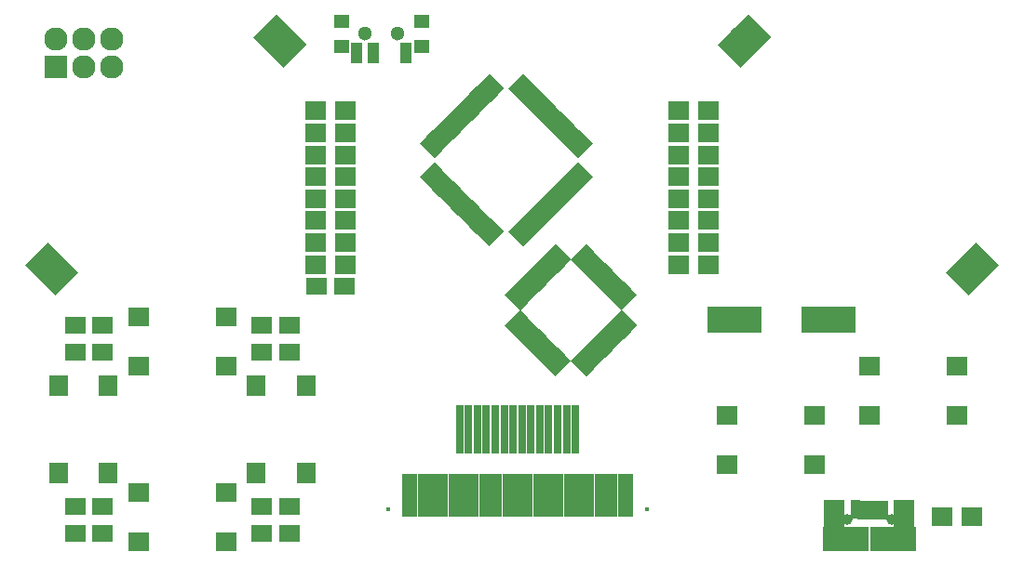
<source format=gbr>
G04 #@! TF.GenerationSoftware,KiCad,Pcbnew,(5.1.0-0)*
G04 #@! TF.CreationDate,2019-05-28T22:45:59-04:00*
G04 #@! TF.ProjectId,Business Card,42757369-6e65-4737-9320-436172642e6b,rev?*
G04 #@! TF.SameCoordinates,Original*
G04 #@! TF.FileFunction,Soldermask,Top*
G04 #@! TF.FilePolarity,Negative*
%FSLAX46Y46*%
G04 Gerber Fmt 4.6, Leading zero omitted, Abs format (unit mm)*
G04 Created by KiCad (PCBNEW (5.1.0-0)) date 2019-05-28 22:45:59*
%MOMM*%
%LPD*%
G04 APERTURE LIST*
%ADD10R,4.900000X2.400000*%
%ADD11C,0.950000*%
%ADD12C,0.100000*%
%ADD13C,1.000000*%
%ADD14R,1.575000X2.300000*%
%ADD15R,2.775000X2.300000*%
%ADD16R,1.875000X2.500000*%
%ADD17R,0.850000X1.780000*%
%ADD18C,2.940000*%
%ADD19R,1.900000X1.650000*%
%ADD20R,1.900000X1.700000*%
%ADD21R,1.950000X1.700000*%
%ADD22R,1.700000X1.950000*%
%ADD23R,0.780000X4.400000*%
%ADD24R,0.400000X0.400000*%
%ADD25C,1.300000*%
%ADD26R,1.100000X1.900000*%
%ADD27R,1.400000X1.200000*%
%ADD28R,0.800000X3.900000*%
%ADD29R,2.127200X2.127200*%
%ADD30O,2.127200X2.127200*%
G04 APERTURE END LIST*
D10*
X175250000Y-93000000D03*
X166750000Y-93000000D03*
D11*
X147171082Y-71610564D03*
D12*
G36*
X146835206Y-72618191D02*
G01*
X146163455Y-71946440D01*
X147506958Y-70602937D01*
X148178709Y-71274688D01*
X146835206Y-72618191D01*
X146835206Y-72618191D01*
G37*
D11*
X147736767Y-72176250D03*
D12*
G36*
X147400891Y-73183877D02*
G01*
X146729140Y-72512126D01*
X148072643Y-71168623D01*
X148744394Y-71840374D01*
X147400891Y-73183877D01*
X147400891Y-73183877D01*
G37*
D11*
X148302452Y-72741935D03*
D12*
G36*
X147966576Y-73749562D02*
G01*
X147294825Y-73077811D01*
X148638328Y-71734308D01*
X149310079Y-72406059D01*
X147966576Y-73749562D01*
X147966576Y-73749562D01*
G37*
D11*
X148868138Y-73307620D03*
D12*
G36*
X148532262Y-74315247D02*
G01*
X147860511Y-73643496D01*
X149204014Y-72299993D01*
X149875765Y-72971744D01*
X148532262Y-74315247D01*
X148532262Y-74315247D01*
G37*
D11*
X149433823Y-73873306D03*
D12*
G36*
X149097947Y-74880933D02*
G01*
X148426196Y-74209182D01*
X149769699Y-72865679D01*
X150441450Y-73537430D01*
X149097947Y-74880933D01*
X149097947Y-74880933D01*
G37*
D11*
X149999509Y-74438991D03*
D12*
G36*
X149663633Y-75446618D02*
G01*
X148991882Y-74774867D01*
X150335385Y-73431364D01*
X151007136Y-74103115D01*
X149663633Y-75446618D01*
X149663633Y-75446618D01*
G37*
D11*
X150565194Y-75004677D03*
D12*
G36*
X150229318Y-76012304D02*
G01*
X149557567Y-75340553D01*
X150901070Y-73997050D01*
X151572821Y-74668801D01*
X150229318Y-76012304D01*
X150229318Y-76012304D01*
G37*
D11*
X151130880Y-75570362D03*
D12*
G36*
X150795004Y-76577989D02*
G01*
X150123253Y-75906238D01*
X151466756Y-74562735D01*
X152138507Y-75234486D01*
X150795004Y-76577989D01*
X150795004Y-76577989D01*
G37*
D11*
X151696565Y-76136048D03*
D12*
G36*
X151360689Y-77143675D02*
G01*
X150688938Y-76471924D01*
X152032441Y-75128421D01*
X152704192Y-75800172D01*
X151360689Y-77143675D01*
X151360689Y-77143675D01*
G37*
D11*
X152262250Y-76701733D03*
D12*
G36*
X151926374Y-77709360D02*
G01*
X151254623Y-77037609D01*
X152598126Y-75694106D01*
X153269877Y-76365857D01*
X151926374Y-77709360D01*
X151926374Y-77709360D01*
G37*
D11*
X152827936Y-77267418D03*
D12*
G36*
X152492060Y-78275045D02*
G01*
X151820309Y-77603294D01*
X153163812Y-76259791D01*
X153835563Y-76931542D01*
X152492060Y-78275045D01*
X152492060Y-78275045D01*
G37*
D11*
X152827936Y-79671582D03*
D12*
G36*
X151820309Y-79335706D02*
G01*
X152492060Y-78663955D01*
X153835563Y-80007458D01*
X153163812Y-80679209D01*
X151820309Y-79335706D01*
X151820309Y-79335706D01*
G37*
D11*
X152262250Y-80237267D03*
D12*
G36*
X151254623Y-79901391D02*
G01*
X151926374Y-79229640D01*
X153269877Y-80573143D01*
X152598126Y-81244894D01*
X151254623Y-79901391D01*
X151254623Y-79901391D01*
G37*
D11*
X151696565Y-80802952D03*
D12*
G36*
X150688938Y-80467076D02*
G01*
X151360689Y-79795325D01*
X152704192Y-81138828D01*
X152032441Y-81810579D01*
X150688938Y-80467076D01*
X150688938Y-80467076D01*
G37*
D11*
X151130880Y-81368638D03*
D12*
G36*
X150123253Y-81032762D02*
G01*
X150795004Y-80361011D01*
X152138507Y-81704514D01*
X151466756Y-82376265D01*
X150123253Y-81032762D01*
X150123253Y-81032762D01*
G37*
D11*
X150565194Y-81934323D03*
D12*
G36*
X149557567Y-81598447D02*
G01*
X150229318Y-80926696D01*
X151572821Y-82270199D01*
X150901070Y-82941950D01*
X149557567Y-81598447D01*
X149557567Y-81598447D01*
G37*
D11*
X149999509Y-82500009D03*
D12*
G36*
X148991882Y-82164133D02*
G01*
X149663633Y-81492382D01*
X151007136Y-82835885D01*
X150335385Y-83507636D01*
X148991882Y-82164133D01*
X148991882Y-82164133D01*
G37*
D11*
X149433823Y-83065694D03*
D12*
G36*
X148426196Y-82729818D02*
G01*
X149097947Y-82058067D01*
X150441450Y-83401570D01*
X149769699Y-84073321D01*
X148426196Y-82729818D01*
X148426196Y-82729818D01*
G37*
D11*
X148868138Y-83631380D03*
D12*
G36*
X147860511Y-83295504D02*
G01*
X148532262Y-82623753D01*
X149875765Y-83967256D01*
X149204014Y-84639007D01*
X147860511Y-83295504D01*
X147860511Y-83295504D01*
G37*
D11*
X148302452Y-84197065D03*
D12*
G36*
X147294825Y-83861189D02*
G01*
X147966576Y-83189438D01*
X149310079Y-84532941D01*
X148638328Y-85204692D01*
X147294825Y-83861189D01*
X147294825Y-83861189D01*
G37*
D11*
X147736767Y-84762750D03*
D12*
G36*
X146729140Y-84426874D02*
G01*
X147400891Y-83755123D01*
X148744394Y-85098626D01*
X148072643Y-85770377D01*
X146729140Y-84426874D01*
X146729140Y-84426874D01*
G37*
D11*
X147171082Y-85328436D03*
D12*
G36*
X146163455Y-84992560D02*
G01*
X146835206Y-84320809D01*
X148178709Y-85664312D01*
X147506958Y-86336063D01*
X146163455Y-84992560D01*
X146163455Y-84992560D01*
G37*
D11*
X144766918Y-85328436D03*
D12*
G36*
X144431042Y-86336063D02*
G01*
X143759291Y-85664312D01*
X145102794Y-84320809D01*
X145774545Y-84992560D01*
X144431042Y-86336063D01*
X144431042Y-86336063D01*
G37*
D11*
X144201233Y-84762750D03*
D12*
G36*
X143865357Y-85770377D02*
G01*
X143193606Y-85098626D01*
X144537109Y-83755123D01*
X145208860Y-84426874D01*
X143865357Y-85770377D01*
X143865357Y-85770377D01*
G37*
D11*
X143635548Y-84197065D03*
D12*
G36*
X143299672Y-85204692D02*
G01*
X142627921Y-84532941D01*
X143971424Y-83189438D01*
X144643175Y-83861189D01*
X143299672Y-85204692D01*
X143299672Y-85204692D01*
G37*
D11*
X143069862Y-83631380D03*
D12*
G36*
X142733986Y-84639007D02*
G01*
X142062235Y-83967256D01*
X143405738Y-82623753D01*
X144077489Y-83295504D01*
X142733986Y-84639007D01*
X142733986Y-84639007D01*
G37*
D11*
X142504177Y-83065694D03*
D12*
G36*
X142168301Y-84073321D02*
G01*
X141496550Y-83401570D01*
X142840053Y-82058067D01*
X143511804Y-82729818D01*
X142168301Y-84073321D01*
X142168301Y-84073321D01*
G37*
D11*
X141938491Y-82500009D03*
D12*
G36*
X141602615Y-83507636D02*
G01*
X140930864Y-82835885D01*
X142274367Y-81492382D01*
X142946118Y-82164133D01*
X141602615Y-83507636D01*
X141602615Y-83507636D01*
G37*
D11*
X141372806Y-81934323D03*
D12*
G36*
X141036930Y-82941950D02*
G01*
X140365179Y-82270199D01*
X141708682Y-80926696D01*
X142380433Y-81598447D01*
X141036930Y-82941950D01*
X141036930Y-82941950D01*
G37*
D11*
X140807120Y-81368638D03*
D12*
G36*
X140471244Y-82376265D02*
G01*
X139799493Y-81704514D01*
X141142996Y-80361011D01*
X141814747Y-81032762D01*
X140471244Y-82376265D01*
X140471244Y-82376265D01*
G37*
D11*
X140241435Y-80802952D03*
D12*
G36*
X139905559Y-81810579D02*
G01*
X139233808Y-81138828D01*
X140577311Y-79795325D01*
X141249062Y-80467076D01*
X139905559Y-81810579D01*
X139905559Y-81810579D01*
G37*
D11*
X139675750Y-80237267D03*
D12*
G36*
X139339874Y-81244894D02*
G01*
X138668123Y-80573143D01*
X140011626Y-79229640D01*
X140683377Y-79901391D01*
X139339874Y-81244894D01*
X139339874Y-81244894D01*
G37*
D11*
X139110064Y-79671582D03*
D12*
G36*
X138774188Y-80679209D02*
G01*
X138102437Y-80007458D01*
X139445940Y-78663955D01*
X140117691Y-79335706D01*
X138774188Y-80679209D01*
X138774188Y-80679209D01*
G37*
D11*
X139110064Y-77267418D03*
D12*
G36*
X138102437Y-76931542D02*
G01*
X138774188Y-76259791D01*
X140117691Y-77603294D01*
X139445940Y-78275045D01*
X138102437Y-76931542D01*
X138102437Y-76931542D01*
G37*
D11*
X139675750Y-76701733D03*
D12*
G36*
X138668123Y-76365857D02*
G01*
X139339874Y-75694106D01*
X140683377Y-77037609D01*
X140011626Y-77709360D01*
X138668123Y-76365857D01*
X138668123Y-76365857D01*
G37*
D11*
X140241435Y-76136048D03*
D12*
G36*
X139233808Y-75800172D02*
G01*
X139905559Y-75128421D01*
X141249062Y-76471924D01*
X140577311Y-77143675D01*
X139233808Y-75800172D01*
X139233808Y-75800172D01*
G37*
D11*
X140807120Y-75570362D03*
D12*
G36*
X139799493Y-75234486D02*
G01*
X140471244Y-74562735D01*
X141814747Y-75906238D01*
X141142996Y-76577989D01*
X139799493Y-75234486D01*
X139799493Y-75234486D01*
G37*
D11*
X141372806Y-75004677D03*
D12*
G36*
X140365179Y-74668801D02*
G01*
X141036930Y-73997050D01*
X142380433Y-75340553D01*
X141708682Y-76012304D01*
X140365179Y-74668801D01*
X140365179Y-74668801D01*
G37*
D11*
X141938491Y-74438991D03*
D12*
G36*
X140930864Y-74103115D02*
G01*
X141602615Y-73431364D01*
X142946118Y-74774867D01*
X142274367Y-75446618D01*
X140930864Y-74103115D01*
X140930864Y-74103115D01*
G37*
D11*
X142504177Y-73873306D03*
D12*
G36*
X141496550Y-73537430D02*
G01*
X142168301Y-72865679D01*
X143511804Y-74209182D01*
X142840053Y-74880933D01*
X141496550Y-73537430D01*
X141496550Y-73537430D01*
G37*
D11*
X143069862Y-73307620D03*
D12*
G36*
X142062235Y-72971744D02*
G01*
X142733986Y-72299993D01*
X144077489Y-73643496D01*
X143405738Y-74315247D01*
X142062235Y-72971744D01*
X142062235Y-72971744D01*
G37*
D11*
X143635548Y-72741935D03*
D12*
G36*
X142627921Y-72406059D02*
G01*
X143299672Y-71734308D01*
X144643175Y-73077811D01*
X143971424Y-73749562D01*
X142627921Y-72406059D01*
X142627921Y-72406059D01*
G37*
D11*
X144201233Y-72176250D03*
D12*
G36*
X143193606Y-71840374D02*
G01*
X143865357Y-71168623D01*
X145208860Y-72512126D01*
X144537109Y-73183877D01*
X143193606Y-71840374D01*
X143193606Y-71840374D01*
G37*
D11*
X144766918Y-71610564D03*
D12*
G36*
X143759291Y-71274688D02*
G01*
X144431042Y-70602937D01*
X145774545Y-71946440D01*
X145102794Y-72618191D01*
X143759291Y-71274688D01*
X143759291Y-71274688D01*
G37*
D13*
X176968000Y-111222000D03*
X181032000Y-111222000D03*
D14*
X179840000Y-113000000D03*
X178160000Y-113000000D03*
D15*
X181910000Y-113000000D03*
X176090000Y-113000000D03*
D16*
X182175000Y-110714000D03*
X175825000Y-110714000D03*
D17*
X180300000Y-110340000D03*
X179650000Y-110340000D03*
X179000000Y-110340000D03*
X178350000Y-110340000D03*
X177730000Y-110333000D03*
D18*
X104619672Y-88380328D03*
D12*
G36*
X104962619Y-90802169D02*
G01*
X102197831Y-88037381D01*
X104276725Y-85958487D01*
X107041513Y-88723275D01*
X104962619Y-90802169D01*
X104962619Y-90802169D01*
G37*
D18*
X125380328Y-67619672D03*
D12*
G36*
X125723275Y-70041513D02*
G01*
X122958487Y-67276725D01*
X125037381Y-65197831D01*
X127802169Y-67962619D01*
X125723275Y-70041513D01*
X125723275Y-70041513D01*
G37*
D18*
X167619672Y-67619672D03*
D12*
G36*
X165197831Y-67962619D02*
G01*
X167962619Y-65197831D01*
X170041513Y-67276725D01*
X167276725Y-70041513D01*
X165197831Y-67962619D01*
X165197831Y-67962619D01*
G37*
D18*
X188380328Y-88380328D03*
D12*
G36*
X185958487Y-88723275D02*
G01*
X188723275Y-85958487D01*
X190802169Y-88037381D01*
X188037381Y-90802169D01*
X185958487Y-88723275D01*
X185958487Y-88723275D01*
G37*
D19*
X123750000Y-112500000D03*
X126250000Y-112500000D03*
X123750000Y-110000000D03*
X126250000Y-110000000D03*
X123750000Y-93500000D03*
X126250000Y-93500000D03*
X106750000Y-93500000D03*
X109250000Y-93500000D03*
D20*
X185650000Y-111000000D03*
X188350000Y-111000000D03*
D21*
X120475000Y-97250000D03*
X112525000Y-97250000D03*
X120475000Y-92750000D03*
X112525000Y-92750000D03*
D22*
X123250000Y-106975000D03*
X123250000Y-99025000D03*
X127750000Y-106975000D03*
X127750000Y-99025000D03*
D21*
X112525000Y-108750000D03*
X120475000Y-108750000D03*
X112525000Y-113250000D03*
X120475000Y-113250000D03*
X179025000Y-97250000D03*
X186975000Y-97250000D03*
X179025000Y-101750000D03*
X186975000Y-101750000D03*
D22*
X109750000Y-99025000D03*
X109750000Y-106975000D03*
X105250000Y-99025000D03*
X105250000Y-106975000D03*
D21*
X166025000Y-101750000D03*
X173975000Y-101750000D03*
X166025000Y-106250000D03*
X173975000Y-106250000D03*
D20*
X128650000Y-74000000D03*
X131350000Y-74000000D03*
X128650000Y-76000000D03*
X131350000Y-76000000D03*
X131350000Y-78000000D03*
X128650000Y-78000000D03*
X128650000Y-80000000D03*
X131350000Y-80000000D03*
X128650000Y-82000000D03*
X131350000Y-82000000D03*
X128650000Y-84000000D03*
X131350000Y-84000000D03*
X128650000Y-86000000D03*
X131350000Y-86000000D03*
X128650000Y-88000000D03*
X131350000Y-88000000D03*
X161650000Y-74000000D03*
X164350000Y-74000000D03*
X161650000Y-76000000D03*
X164350000Y-76000000D03*
D11*
X150817695Y-87161197D03*
D12*
G36*
X149774712Y-86789966D02*
G01*
X150446464Y-86118214D01*
X151860678Y-87532428D01*
X151188926Y-88204180D01*
X149774712Y-86789966D01*
X149774712Y-86789966D01*
G37*
D11*
X150252010Y-87726883D03*
D12*
G36*
X149209027Y-87355652D02*
G01*
X149880779Y-86683900D01*
X151294993Y-88098114D01*
X150623241Y-88769866D01*
X149209027Y-87355652D01*
X149209027Y-87355652D01*
G37*
D11*
X149686324Y-88292568D03*
D12*
G36*
X148643341Y-87921337D02*
G01*
X149315093Y-87249585D01*
X150729307Y-88663799D01*
X150057555Y-89335551D01*
X148643341Y-87921337D01*
X148643341Y-87921337D01*
G37*
D11*
X149120639Y-88858253D03*
D12*
G36*
X148077656Y-88487022D02*
G01*
X148749408Y-87815270D01*
X150163622Y-89229484D01*
X149491870Y-89901236D01*
X148077656Y-88487022D01*
X148077656Y-88487022D01*
G37*
D11*
X148554953Y-89423939D03*
D12*
G36*
X147511970Y-89052708D02*
G01*
X148183722Y-88380956D01*
X149597936Y-89795170D01*
X148926184Y-90466922D01*
X147511970Y-89052708D01*
X147511970Y-89052708D01*
G37*
D11*
X147989268Y-89989624D03*
D12*
G36*
X146946285Y-89618393D02*
G01*
X147618037Y-88946641D01*
X149032251Y-90360855D01*
X148360499Y-91032607D01*
X146946285Y-89618393D01*
X146946285Y-89618393D01*
G37*
D11*
X147423583Y-90555310D03*
D12*
G36*
X146380600Y-90184079D02*
G01*
X147052352Y-89512327D01*
X148466566Y-90926541D01*
X147794814Y-91598293D01*
X146380600Y-90184079D01*
X146380600Y-90184079D01*
G37*
D11*
X146857897Y-91120995D03*
D12*
G36*
X145814914Y-90749764D02*
G01*
X146486666Y-90078012D01*
X147900880Y-91492226D01*
X147229128Y-92163978D01*
X145814914Y-90749764D01*
X145814914Y-90749764D01*
G37*
D11*
X146857897Y-93171605D03*
D12*
G36*
X146486666Y-94214588D02*
G01*
X145814914Y-93542836D01*
X147229128Y-92128622D01*
X147900880Y-92800374D01*
X146486666Y-94214588D01*
X146486666Y-94214588D01*
G37*
D11*
X147423583Y-93737290D03*
D12*
G36*
X147052352Y-94780273D02*
G01*
X146380600Y-94108521D01*
X147794814Y-92694307D01*
X148466566Y-93366059D01*
X147052352Y-94780273D01*
X147052352Y-94780273D01*
G37*
D11*
X147989268Y-94302976D03*
D12*
G36*
X147618037Y-95345959D02*
G01*
X146946285Y-94674207D01*
X148360499Y-93259993D01*
X149032251Y-93931745D01*
X147618037Y-95345959D01*
X147618037Y-95345959D01*
G37*
D11*
X148554953Y-94868661D03*
D12*
G36*
X148183722Y-95911644D02*
G01*
X147511970Y-95239892D01*
X148926184Y-93825678D01*
X149597936Y-94497430D01*
X148183722Y-95911644D01*
X148183722Y-95911644D01*
G37*
D11*
X149120639Y-95434347D03*
D12*
G36*
X148749408Y-96477330D02*
G01*
X148077656Y-95805578D01*
X149491870Y-94391364D01*
X150163622Y-95063116D01*
X148749408Y-96477330D01*
X148749408Y-96477330D01*
G37*
D11*
X149686324Y-96000032D03*
D12*
G36*
X149315093Y-97043015D02*
G01*
X148643341Y-96371263D01*
X150057555Y-94957049D01*
X150729307Y-95628801D01*
X149315093Y-97043015D01*
X149315093Y-97043015D01*
G37*
D11*
X150252010Y-96565717D03*
D12*
G36*
X149880779Y-97608700D02*
G01*
X149209027Y-96936948D01*
X150623241Y-95522734D01*
X151294993Y-96194486D01*
X149880779Y-97608700D01*
X149880779Y-97608700D01*
G37*
D11*
X150817695Y-97131403D03*
D12*
G36*
X150446464Y-98174386D02*
G01*
X149774712Y-97502634D01*
X151188926Y-96088420D01*
X151860678Y-96760172D01*
X150446464Y-98174386D01*
X150446464Y-98174386D01*
G37*
D11*
X152868305Y-97131403D03*
D12*
G36*
X151825322Y-96760172D02*
G01*
X152497074Y-96088420D01*
X153911288Y-97502634D01*
X153239536Y-98174386D01*
X151825322Y-96760172D01*
X151825322Y-96760172D01*
G37*
D11*
X153433990Y-96565717D03*
D12*
G36*
X152391007Y-96194486D02*
G01*
X153062759Y-95522734D01*
X154476973Y-96936948D01*
X153805221Y-97608700D01*
X152391007Y-96194486D01*
X152391007Y-96194486D01*
G37*
D11*
X153999676Y-96000032D03*
D12*
G36*
X152956693Y-95628801D02*
G01*
X153628445Y-94957049D01*
X155042659Y-96371263D01*
X154370907Y-97043015D01*
X152956693Y-95628801D01*
X152956693Y-95628801D01*
G37*
D11*
X154565361Y-95434347D03*
D12*
G36*
X153522378Y-95063116D02*
G01*
X154194130Y-94391364D01*
X155608344Y-95805578D01*
X154936592Y-96477330D01*
X153522378Y-95063116D01*
X153522378Y-95063116D01*
G37*
D11*
X155131047Y-94868661D03*
D12*
G36*
X154088064Y-94497430D02*
G01*
X154759816Y-93825678D01*
X156174030Y-95239892D01*
X155502278Y-95911644D01*
X154088064Y-94497430D01*
X154088064Y-94497430D01*
G37*
D11*
X155696732Y-94302976D03*
D12*
G36*
X154653749Y-93931745D02*
G01*
X155325501Y-93259993D01*
X156739715Y-94674207D01*
X156067963Y-95345959D01*
X154653749Y-93931745D01*
X154653749Y-93931745D01*
G37*
D11*
X156262417Y-93737290D03*
D12*
G36*
X155219434Y-93366059D02*
G01*
X155891186Y-92694307D01*
X157305400Y-94108521D01*
X156633648Y-94780273D01*
X155219434Y-93366059D01*
X155219434Y-93366059D01*
G37*
D11*
X156828103Y-93171605D03*
D12*
G36*
X155785120Y-92800374D02*
G01*
X156456872Y-92128622D01*
X157871086Y-93542836D01*
X157199334Y-94214588D01*
X155785120Y-92800374D01*
X155785120Y-92800374D01*
G37*
D11*
X156828103Y-91120995D03*
D12*
G36*
X156456872Y-92163978D02*
G01*
X155785120Y-91492226D01*
X157199334Y-90078012D01*
X157871086Y-90749764D01*
X156456872Y-92163978D01*
X156456872Y-92163978D01*
G37*
D11*
X156262417Y-90555310D03*
D12*
G36*
X155891186Y-91598293D02*
G01*
X155219434Y-90926541D01*
X156633648Y-89512327D01*
X157305400Y-90184079D01*
X155891186Y-91598293D01*
X155891186Y-91598293D01*
G37*
D11*
X155696732Y-89989624D03*
D12*
G36*
X155325501Y-91032607D02*
G01*
X154653749Y-90360855D01*
X156067963Y-88946641D01*
X156739715Y-89618393D01*
X155325501Y-91032607D01*
X155325501Y-91032607D01*
G37*
D11*
X155131047Y-89423939D03*
D12*
G36*
X154759816Y-90466922D02*
G01*
X154088064Y-89795170D01*
X155502278Y-88380956D01*
X156174030Y-89052708D01*
X154759816Y-90466922D01*
X154759816Y-90466922D01*
G37*
D11*
X154565361Y-88858253D03*
D12*
G36*
X154194130Y-89901236D02*
G01*
X153522378Y-89229484D01*
X154936592Y-87815270D01*
X155608344Y-88487022D01*
X154194130Y-89901236D01*
X154194130Y-89901236D01*
G37*
D11*
X153999676Y-88292568D03*
D12*
G36*
X153628445Y-89335551D02*
G01*
X152956693Y-88663799D01*
X154370907Y-87249585D01*
X155042659Y-87921337D01*
X153628445Y-89335551D01*
X153628445Y-89335551D01*
G37*
D11*
X153433990Y-87726883D03*
D12*
G36*
X153062759Y-88769866D02*
G01*
X152391007Y-88098114D01*
X153805221Y-86683900D01*
X154476973Y-87355652D01*
X153062759Y-88769866D01*
X153062759Y-88769866D01*
G37*
D11*
X152868305Y-87161197D03*
D12*
G36*
X152497074Y-88204180D02*
G01*
X151825322Y-87532428D01*
X153239536Y-86118214D01*
X153911288Y-86789966D01*
X152497074Y-88204180D01*
X152497074Y-88204180D01*
G37*
D19*
X128750000Y-90000000D03*
X131250000Y-90000000D03*
X106750000Y-110000000D03*
X109250000Y-110000000D03*
X106750000Y-96000000D03*
X109250000Y-96000000D03*
X106750000Y-112500000D03*
X109250000Y-112500000D03*
X123750000Y-96000000D03*
X126250000Y-96000000D03*
D23*
X152265000Y-103000000D03*
X151455000Y-103000000D03*
X150645000Y-103000000D03*
X149835000Y-103000000D03*
X149025000Y-103000000D03*
X148215000Y-103000000D03*
X147405000Y-103000000D03*
X146595000Y-103000000D03*
X145785000Y-103000000D03*
X144975000Y-103000000D03*
X144165000Y-103000000D03*
X143355000Y-103000000D03*
X142545000Y-103000000D03*
X141735000Y-103000000D03*
D24*
X152265000Y-103000000D03*
X141735000Y-103000000D03*
D20*
X161650000Y-78000000D03*
X164350000Y-78000000D03*
X161650000Y-80000000D03*
X164350000Y-80000000D03*
X161650000Y-82000000D03*
X164350000Y-82000000D03*
X161650000Y-84000000D03*
X164350000Y-84000000D03*
X161650000Y-86000000D03*
X164350000Y-86000000D03*
X161650000Y-88000000D03*
X164350000Y-88000000D03*
D25*
X136120000Y-66980000D03*
X133120000Y-66980000D03*
D26*
X136870000Y-68740000D03*
X133870000Y-68740000D03*
X132370000Y-68740000D03*
D27*
X138270000Y-65880000D03*
X130970000Y-65880000D03*
X130970000Y-68090000D03*
X138270000Y-68090000D03*
D28*
X136850000Y-109000000D03*
X137550000Y-109000000D03*
X138250000Y-109000000D03*
X138950000Y-109000000D03*
X139650000Y-109000000D03*
X140350000Y-109000000D03*
X141050000Y-109000000D03*
X141750000Y-109000000D03*
X142450000Y-109000000D03*
X143150000Y-109000000D03*
X143850000Y-109000000D03*
X144550000Y-109000000D03*
X145250000Y-109000000D03*
X145950000Y-109000000D03*
X146650000Y-109000000D03*
X147350000Y-109000000D03*
X148050000Y-109000000D03*
X148750000Y-109000000D03*
X149450000Y-109000000D03*
X150150000Y-109000000D03*
X150850000Y-109000000D03*
X151550000Y-109000000D03*
X152250000Y-109000000D03*
X152950000Y-109000000D03*
X153650000Y-109000000D03*
X154350000Y-109000000D03*
X155050000Y-109000000D03*
X155750000Y-109000000D03*
X156450000Y-109000000D03*
X157150000Y-109000000D03*
D24*
X135250000Y-110300000D03*
X158750000Y-110300000D03*
D29*
X105000000Y-70000000D03*
D30*
X105000000Y-67460000D03*
X107540000Y-70000000D03*
X107540000Y-67460000D03*
X110080000Y-70000000D03*
X110080000Y-67460000D03*
M02*

</source>
